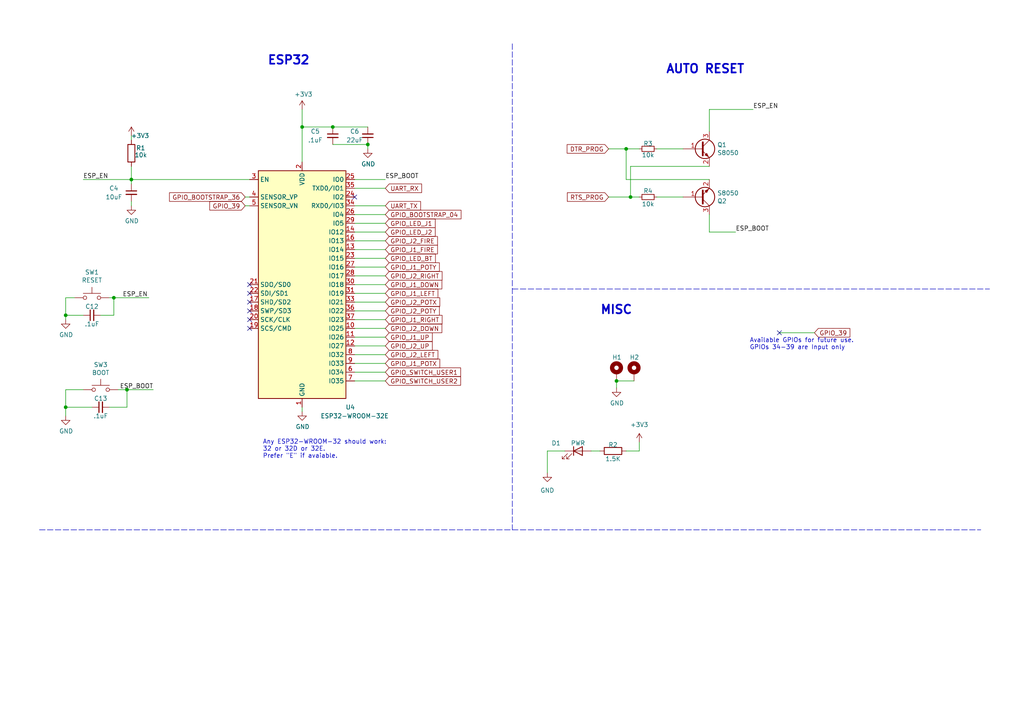
<source format=kicad_sch>
(kicad_sch (version 20211123) (generator eeschema)
  (paper "A4")
  (title_block (title "Unijoysticle 2+ A500") (date "2022-04-20") (rev "A") (company "Retro Moe"))
  (lib_symbols
    (symbol "Device:C_Small" (pin_numbers hide) (pin_names (offset 0.254) hide)
      (property "Reference" "C" (at 0.254 1.778 0))
      (property "Value" "C_Small" (at 0.254 -2.032 0))
      (symbol "C_Small_0_1"
        (polyline (pts (xy -1.524 -0.508) (xy 1.524 -0.508)) (stroke (width 0.3302)))
        (polyline (pts (xy -1.524 0.508) (xy 1.524 0.508)) (stroke (width 0.3048)))
      )
      (symbol "C_Small_1_1"
        (pin passive line (at 0 2.54 270) (length 2.032) (name "~") (number "1"))
        (pin passive line (at 0 -2.54 90) (length 2.032) (name "~") (number "2"))
      )
    )
    (symbol "Device:LED" (pin_numbers hide) (pin_names (offset 1.016) hide)
      (property "Reference" "D" (at 0 2.54 0))
      (property "Value" "LED" (at 0 -2.54 0))
      (symbol "LED_0_1"
        (polyline (pts (xy -1.27 -1.27) (xy -1.27 1.27)) (stroke (width 0.254)))
        (polyline (pts (xy -1.27 0) (xy 1.27 0)))
        (polyline (pts (xy 1.27 -1.27) (xy 1.27 1.27) (xy -1.27 0) (xy 1.27 -1.27)) (stroke (width 0.254)))
        (polyline (pts (xy -3.048 -0.762) (xy -4.572 -2.286) (xy -3.81 -2.286) (xy -4.572 -2.286) (xy -4.572 -1.524)))
        (polyline (pts (xy -1.778 -0.762) (xy -3.302 -2.286) (xy -2.54 -2.286) (xy -3.302 -2.286) (xy -3.302 -1.524)))
      )
      (symbol "LED_1_1"
        (pin passive line (at -3.81 0 0) (length 2.54) (name "K") (number "1"))
        (pin passive line (at 3.81 0 180) (length 2.54) (name "A") (number "2"))
      )
    )
    (symbol "Device:Q_NPN_BEC" (pin_names (offset 0) hide)
      (property "Reference" "Q" (at 5.08 1.27 0))
      (property "Value" "Q_NPN_BEC" (at 5.08 -1.27 0))
      (symbol "Q_NPN_BEC_0_1"
        (polyline (pts (xy 0.635 0.635) (xy 2.54 2.54)))
        (polyline (pts (xy 0.635 -0.635) (xy 2.54 -2.54) (xy 2.54 -2.54)))
        (polyline (pts (xy 0.635 1.905) (xy 0.635 -1.905) (xy 0.635 -1.905)) (stroke (width 0.508)))
        (polyline (pts (xy 1.27 -1.778) (xy 1.778 -1.27) (xy 2.286 -2.286) (xy 1.27 -1.778) (xy 1.27 -1.778)) (fill (type outline)))
        (circle (center 1.27 0) (radius 2.8194) (stroke (width 0.254)))
      )
      (symbol "Q_NPN_BEC_1_1"
        (pin input line (at -5.08 0 0) (length 5.715) (name "B") (number "1"))
        (pin passive line (at 2.54 -5.08 90) (length 2.54) (name "E") (number "2"))
        (pin passive line (at 2.54 5.08 270) (length 2.54) (name "C") (number "3"))
      )
    )
    (symbol "Device:R" (pin_numbers hide) (pin_names (offset 0))
      (property "Reference" "R" (at 2.032 0 90))
      (property "Value" "R" (at 0 0 90))
      (symbol "R_0_1"
        (rectangle (start -1.016 -2.54) (end 1.016 2.54) (stroke (width 0.254)))
      )
      (symbol "R_1_1"
        (pin passive line (at 0 3.81 270) (length 1.27) (name "~") (number "1"))
        (pin passive line (at 0 -3.81 90) (length 1.27) (name "~") (number "2"))
      )
    )
    (symbol "Device:R_Small" (pin_numbers hide) (pin_names (offset 0.254) hide)
      (property "Reference" "R" (at 0.762 0.508 0))
      (property "Value" "R_Small" (at 0.762 -1.016 0))
      (symbol "R_Small_0_1"
        (rectangle (start -0.762 1.778) (end 0.762 -1.778) (stroke (width 0.2032)))
      )
      (symbol "R_Small_1_1"
        (pin passive line (at 0 2.54 270) (length 0.762) (name "~") (number "1"))
        (pin passive line (at 0 -2.54 90) (length 0.762) (name "~") (number "2"))
      )
    )
    (symbol "Mechanical:MountingHole_Pad" (pin_numbers hide) (pin_names (offset 1.016) hide)
      (property "Reference" "H" (at 0 6.35 0))
      (property "Value" "MountingHole_Pad" (at 0 4.445 0))
      (symbol "MountingHole_Pad_0_1"
        (circle (center 0 1.27) (radius 1.27) (stroke (width 1.27)))
      )
      (symbol "MountingHole_Pad_1_1"
        (pin input line (at 0 -2.54 90) (length 2.54) (name "1") (number "1"))
      )
    )
    (symbol "RF_Module:ESP32-WROOM-32D"
      (property "Reference" "U" (at -12.7 34.29 0))
      (property "Value" "ESP32-WROOM-32D" (at 1.27 34.29 0))
      (symbol "ESP32-WROOM-32D_0_1"
        (rectangle (start -12.7 33.02) (end 12.7 -33.02) (stroke (width 0.254)) (fill (type background)))
      )
      (symbol "ESP32-WROOM-32D_1_1"
        (pin power_in line (at 0 -35.56 90) (length 2.54) (name "GND") (number "1"))
        (pin bidirectional line (at 15.24 -12.7 180) (length 2.54) (name "IO25") (number "10"))
        (pin bidirectional line (at 15.24 -15.24 180) (length 2.54) (name "IO26") (number "11"))
        (pin bidirectional line (at 15.24 -17.78 180) (length 2.54) (name "IO27") (number "12"))
        (pin bidirectional line (at 15.24 10.16 180) (length 2.54) (name "IO14") (number "13"))
        (pin bidirectional line (at 15.24 15.24 180) (length 2.54) (name "IO12") (number "14"))
        (pin passive line (at 0 -35.56 90) (length 2.54) hide (name "GND") (number "15"))
        (pin bidirectional line (at 15.24 12.7 180) (length 2.54) (name "IO13") (number "16"))
        (pin bidirectional line (at -15.24 -5.08 0) (length 2.54) (name "SHD/SD2") (number "17"))
        (pin bidirectional line (at -15.24 -7.62 0) (length 2.54) (name "SWP/SD3") (number "18"))
        (pin bidirectional line (at -15.24 -12.7 0) (length 2.54) (name "SCS/CMD") (number "19"))
        (pin power_in line (at 0 35.56 270) (length 2.54) (name "VDD") (number "2"))
        (pin bidirectional line (at -15.24 -10.16 0) (length 2.54) (name "SCK/CLK") (number "20"))
        (pin bidirectional line (at -15.24 0 0) (length 2.54) (name "SDO/SD0") (number "21"))
        (pin bidirectional line (at -15.24 -2.54 0) (length 2.54) (name "SDI/SD1") (number "22"))
        (pin bidirectional line (at 15.24 7.62 180) (length 2.54) (name "IO15") (number "23"))
        (pin bidirectional line (at 15.24 25.4 180) (length 2.54) (name "IO2") (number "24"))
        (pin bidirectional line (at 15.24 30.48 180) (length 2.54) (name "IO0") (number "25"))
        (pin bidirectional line (at 15.24 20.32 180) (length 2.54) (name "IO4") (number "26"))
        (pin bidirectional line (at 15.24 5.08 180) (length 2.54) (name "IO16") (number "27"))
        (pin bidirectional line (at 15.24 2.54 180) (length 2.54) (name "IO17") (number "28"))
        (pin bidirectional line (at 15.24 17.78 180) (length 2.54) (name "IO5") (number "29"))
        (pin input line (at -15.24 30.48 0) (length 2.54) (name "EN") (number "3"))
        (pin bidirectional line (at 15.24 0 180) (length 2.54) (name "IO18") (number "30"))
        (pin bidirectional line (at 15.24 -2.54 180) (length 2.54) (name "IO19") (number "31"))
        (pin no_connect line (at -12.7 -27.94 0) (length 2.54) hide (name "NC") (number "32"))
        (pin bidirectional line (at 15.24 -5.08 180) (length 2.54) (name "IO21") (number "33"))
        (pin bidirectional line (at 15.24 22.86 180) (length 2.54) (name "RXD0/IO3") (number "34"))
        (pin bidirectional line (at 15.24 27.94 180) (length 2.54) (name "TXD0/IO1") (number "35"))
        (pin bidirectional line (at 15.24 -7.62 180) (length 2.54) (name "IO22") (number "36"))
        (pin bidirectional line (at 15.24 -10.16 180) (length 2.54) (name "IO23") (number "37"))
        (pin passive line (at 0 -35.56 90) (length 2.54) hide (name "GND") (number "38"))
        (pin passive line (at 0 -35.56 90) (length 2.54) hide (name "GND") (number "39"))
        (pin input line (at -15.24 25.4 0) (length 2.54) (name "SENSOR_VP") (number "4"))
        (pin input line (at -15.24 22.86 0) (length 2.54) (name "SENSOR_VN") (number "5"))
        (pin input line (at 15.24 -25.4 180) (length 2.54) (name "IO34") (number "6"))
        (pin input line (at 15.24 -27.94 180) (length 2.54) (name "IO35") (number "7"))
        (pin bidirectional line (at 15.24 -20.32 180) (length 2.54) (name "IO32") (number "8"))
        (pin bidirectional line (at 15.24 -22.86 180) (length 2.54) (name "IO33") (number "9"))
      )
    )
    (symbol "Switch:SW_Push" (pin_numbers hide) (pin_names (offset 1.016) hide)
      (property "Reference" "SW" (at 1.27 2.54 0))
      (property "Value" "SW_Push" (at 0 -1.524 0))
      (symbol "SW_Push_0_1"
        (circle (center -2.032 0) (radius 0.508))
        (polyline (pts (xy 0 1.27) (xy 0 3.048)))
        (polyline (pts (xy 2.54 1.27) (xy -2.54 1.27)))
        (circle (center 2.032 0) (radius 0.508))
        (pin passive line (at -5.08 0 0) (length 2.54) (name "1") (number "1"))
        (pin passive line (at 5.08 0 180) (length 2.54) (name "2") (number "2"))
      )
    )
    (symbol "power:+3V3" (power) (pin_names (offset 0))
      (property "Value" "+3V3" (at 0 3.556 0))
      (symbol "+3V3_0_1"
        (polyline (pts (xy -0.762 1.27) (xy 0 2.54)))
        (polyline (pts (xy 0 0) (xy 0 2.54)))
        (polyline (pts (xy 0 2.54) (xy 0.762 1.27)))
      )
      (symbol "+3V3_1_1"
        (pin power_in line (at 0 0 90) (length 0) hide (name "+3V3") (number "1"))
      )
    )
    (symbol "power:GND" (power) (pin_names (offset 0))
      (property "Value" "GND" (at 0 -3.81 0))
      (symbol "GND_0_1"
        (polyline (pts (xy 0 0) (xy 0 -1.27) (xy 1.27 -1.27) (xy 0 -2.54) (xy -1.27 -1.27) (xy 0 -1.27)))
      )
      (symbol "GND_1_1"
        (pin power_in line (at 0 0 270) (length 0) hide (name "GND") (number "1"))
      )
    )
  )
  (junction (at 36.83 113.03))
  (junction (at 96.52 36.83))
  (junction (at 106.68 41.91))
  (junction (at 181.61 43.18))
  (junction (at 178.816 110.49))
  (junction (at 33.02 86.36))
  (junction (at 38.1 52.07))
  (junction (at 19.05 118.11))
  (junction (at 182.88 57.15))
  (junction (at 87.63 36.83))
  (junction (at 19.05 91.44))
  (no_connect (at 226.06 96.52))
  (no_connect (at 72.39 92.71))
  (no_connect (at 72.39 90.17))
  (no_connect (at 72.39 95.25))
  (no_connect (at 72.39 82.55))
  (no_connect (at 72.39 87.63))
  (no_connect (at 72.39 85.09))
  (no_connect (at 102.87 57.15))
  (wire (pts (xy 38.1 52.07) (xy 24.13 52.07)))
  (wire (pts (xy 38.1 48.26) (xy 38.1 52.07)))
  (wire (pts (xy 38.1 58.42) (xy 38.1 59.69)))
  (wire (pts (xy 205.74 38.1) (xy 205.74 31.75)))
  (polyline (pts (xy 11.43 153.67) (xy 148.59 153.67)))
  (wire (pts (xy 185.42 128.27) (xy 185.42 130.81)))
  (wire (pts (xy 102.87 67.31) (xy 111.76 67.31)))
  (wire (pts (xy 102.87 90.17) (xy 111.76 90.17)))
  (wire (pts (xy 19.05 86.36) (xy 19.05 91.44)))
  (wire (pts (xy 102.87 59.69) (xy 111.76 59.69)))
  (wire (pts (xy 102.87 110.49) (xy 111.76 110.49)))
  (wire (pts (xy 31.75 86.36) (xy 33.02 86.36)))
  (polyline (pts (xy 148.59 83.82) (xy 287.02 83.82)))
  (wire (pts (xy 102.87 74.93) (xy 111.76 74.93)))
  (wire (pts (xy 102.87 62.23) (xy 111.76 62.23)))
  (wire (pts (xy 36.83 113.03) (xy 36.83 118.11)))
  (wire (pts (xy 205.74 52.07) (xy 181.61 52.07)))
  (wire (pts (xy 38.1 52.07) (xy 72.39 52.07)))
  (wire (pts (xy 34.29 113.03) (xy 36.83 113.03)))
  (wire (pts (xy 72.39 57.15) (xy 71.12 57.15)))
  (wire (pts (xy 96.52 41.91) (xy 106.68 41.91)))
  (wire (pts (xy 102.87 77.47) (xy 111.76 77.47)))
  (wire (pts (xy 226.06 96.52) (xy 236.22 96.52)))
  (wire (pts (xy 102.87 85.09) (xy 111.76 85.09)))
  (wire (pts (xy 102.87 92.71) (xy 111.76 92.71)))
  (wire (pts (xy 102.87 107.95) (xy 111.76 107.95)))
  (wire (pts (xy 102.87 80.01) (xy 111.76 80.01)))
  (wire (pts (xy 205.74 62.23) (xy 205.74 67.31)))
  (wire (pts (xy 87.63 36.83) (xy 87.63 46.99)))
  (wire (pts (xy 158.75 130.81) (xy 158.75 137.16)))
  (wire (pts (xy 71.12 59.69) (xy 72.39 59.69)))
  (wire (pts (xy 163.83 130.81) (xy 158.75 130.81)))
  (wire (pts (xy 33.02 86.36) (xy 33.02 91.44)))
  (wire (pts (xy 33.02 91.44) (xy 29.21 91.44)))
  (polyline (pts (xy 148.59 12.7) (xy 148.59 153.67)))
  (wire (pts (xy 19.05 113.03) (xy 24.13 113.03)))
  (wire (pts (xy 190.5 57.15) (xy 198.12 57.15)))
  (wire (pts (xy 19.05 91.44) (xy 19.05 92.71)))
  (wire (pts (xy 102.87 69.85) (xy 111.76 69.85)))
  (wire (pts (xy 87.63 31.75) (xy 87.63 36.83)))
  (wire (pts (xy 21.59 86.36) (xy 19.05 86.36)))
  (wire (pts (xy 38.1 52.07) (xy 38.1 53.34)))
  (wire (pts (xy 102.87 52.07) (xy 111.76 52.07)))
  (wire (pts (xy 102.87 64.77) (xy 111.76 64.77)))
  (wire (pts (xy 19.05 91.44) (xy 24.13 91.44)))
  (wire (pts (xy 102.87 72.39) (xy 111.76 72.39)))
  (wire (pts (xy 178.816 110.49) (xy 178.816 112.522)))
  (wire (pts (xy 183.896 110.49) (xy 178.816 110.49)))
  (wire (pts (xy 87.63 36.83) (xy 96.52 36.83)))
  (wire (pts (xy 181.61 130.81) (xy 185.42 130.81)))
  (wire (pts (xy 96.52 36.83) (xy 106.68 36.83)))
  (polyline (pts (xy 148.59 153.67) (xy 284.48 153.67)))
  (wire (pts (xy 106.68 41.91) (xy 106.68 43.18)))
  (wire (pts (xy 19.05 118.11) (xy 26.67 118.11)))
  (wire (pts (xy 171.45 130.81) (xy 173.99 130.81)))
  (wire (pts (xy 205.74 31.75) (xy 218.44 31.75)))
  (wire (pts (xy 190.5 43.18) (xy 198.12 43.18)))
  (wire (pts (xy 87.63 118.11) (xy 87.63 119.38)))
  (wire (pts (xy 38.1 39.37) (xy 38.1 40.64)))
  (wire (pts (xy 182.88 48.26) (xy 182.88 57.15)))
  (wire (pts (xy 102.87 54.61) (xy 111.76 54.61)))
  (wire (pts (xy 102.87 95.25) (xy 111.76 95.25)))
  (wire (pts (xy 205.74 67.31) (xy 213.36 67.31)))
  (wire (pts (xy 181.61 52.07) (xy 181.61 43.18)))
  (wire (pts (xy 102.87 100.33) (xy 111.76 100.33)))
  (wire (pts (xy 36.83 113.03) (xy 44.45 113.03)))
  (wire (pts (xy 176.53 43.18) (xy 181.61 43.18)))
  (wire (pts (xy 36.83 118.11) (xy 31.75 118.11)))
  (wire (pts (xy 205.74 48.26) (xy 182.88 48.26)))
  (wire (pts (xy 102.87 82.55) (xy 111.76 82.55)))
  (wire (pts (xy 19.05 118.11) (xy 19.05 120.65)))
  (wire (pts (xy 176.53 57.15) (xy 182.88 57.15)))
  (wire (pts (xy 102.87 102.87) (xy 111.76 102.87)))
  (wire (pts (xy 102.87 97.79) (xy 111.76 97.79)))
  (wire (pts (xy 102.87 105.41) (xy 111.76 105.41)))
  (wire (pts (xy 33.02 86.36) (xy 43.18 86.36)))
  (wire (pts (xy 19.05 113.03) (xy 19.05 118.11)))
  (wire (pts (xy 181.61 43.18) (xy 185.42 43.18)))
  (wire (pts (xy 102.87 87.63) (xy 111.76 87.63)))
  (wire (pts (xy 182.88 57.15) (xy 185.42 57.15)))
  (text "ESP32" (at 77.47 19.05 0) (effects (font (size 2.4892 2.4892) (thickness 0.4978) bold) (justify left bottom)))
  (text "MISC" (at 173.99 91.44 0) (effects (font (size 2.4892 2.4892) (thickness 0.4978) bold) (justify left bottom)))
  (text "Any ESP32-WROOM-32 should work:\n32 or 32D or 32E.\nPrefer \"E\" if avaiable." (at 76.2 133.096 0) (effects (font (size 1.27 1.27)) (justify left bottom)))
  (text "AUTO RESET" (at 193.04 21.59 0) (effects (font (size 2.4892 2.4892) (thickness 0.4978) bold) (justify left bottom)))
  (text "Available GPIOs for future use.\nGPIOs 34-39 are Input only" (at 217.424 101.6 0) (effects (font (size 1.27 1.27)) (justify left bottom)))
  (label "ESP_BOOT" (at 44.45 113.03 180))
  (label "ESP_EN" (at 218.44 31.75 0))
  (label "ESP_EN" (at 24.13 52.07 0))
  (label "ESP_EN" (at 35.56 86.36 0))
  (label "ESP_BOOT" (at 111.76 52.07 0))
  (label "ESP_BOOT" (at 213.36 67.31 0))
  (global_label "GPIO_J1_DOWN" (shape input) (at 111.76 82.55 0) (property "Intersheet References" "${INTERSHEET_REFS}" (effects hide)))
  (global_label "GPIO_BOOTSTRAP_04" (shape input) (at 111.76 62.23 0) (property "Intersheet References" "${INTERSHEET_REFS}" (effects hide)))
  (global_label "UART_RX" (shape input) (at 111.76 54.61 0) (property "Intersheet References" "${INTERSHEET_REFS}" (effects hide)))
  (global_label "GPIO_SWITCH_USER1" (shape input) (at 111.76 107.95 0) (property "Intersheet References" "${INTERSHEET_REFS}" (effects hide)))
  (global_label "GPIO_LED_J2" (shape input) (at 111.76 67.31 0) (property "Intersheet References" "${INTERSHEET_REFS}" (effects hide)))
  (global_label "GPIO_J2_RIGHT" (shape input) (at 111.76 80.01 0) (property "Intersheet References" "${INTERSHEET_REFS}" (effects hide)))
  (global_label "DTR_PROG" (shape input) (at 176.53 43.18 180) (property "Intersheet References" "${INTERSHEET_REFS}" (effects hide)))
  (global_label "GPIO_39" (shape input) (at 71.12 59.69 180) (property "Intersheet References" "${INTERSHEET_REFS}" (effects hide)))
  (global_label "GPIO_J2_UP" (shape input) (at 111.76 100.33 0) (property "Intersheet References" "${INTERSHEET_REFS}" (effects hide)))
  (global_label "GPIO_J2_DOWN" (shape input) (at 111.76 95.25 0) (property "Intersheet References" "${INTERSHEET_REFS}" (effects hide)))
  (global_label "GPIO_J2_FIRE" (shape input) (at 111.76 69.85 0) (property "Intersheet References" "${INTERSHEET_REFS}" (effects hide)))
  (global_label "GPIO_J1_UP" (shape input) (at 111.76 97.79 0) (property "Intersheet References" "${INTERSHEET_REFS}" (effects hide)))
  (global_label "GPIO_J1_POTY" (shape input) (at 111.76 77.47 0) (property "Intersheet References" "${INTERSHEET_REFS}" (effects hide)))
  (global_label "GPIO_J2_POTY" (shape input) (at 111.76 90.17 0) (property "Intersheet References" "${INTERSHEET_REFS}" (effects hide)))
  (global_label "GPIO_LED_BT" (shape input) (at 111.76 74.93 0) (property "Intersheet References" "${INTERSHEET_REFS}" (effects hide)))
  (global_label "GPIO_SWITCH_USER2" (shape input) (at 111.76 110.49 0) (property "Intersheet References" "${INTERSHEET_REFS}" (effects hide)))
  (global_label "GPIO_39" (shape input) (at 236.22 96.52 0) (property "Intersheet References" "${INTERSHEET_REFS}" (effects hide)))
  (global_label "UART_TX" (shape input) (at 111.76 59.69 0) (property "Intersheet References" "${INTERSHEET_REFS}" (effects hide)))
  (global_label "GPIO_J1_FIRE" (shape input) (at 111.76 72.39 0) (property "Intersheet References" "${INTERSHEET_REFS}" (effects hide)))
  (global_label "GPIO_J1_POTX" (shape input) (at 111.76 105.41 0) (property "Intersheet References" "${INTERSHEET_REFS}" (effects hide)))
  (global_label "GPIO_J2_POTX" (shape input) (at 111.76 87.63 0) (property "Intersheet References" "${INTERSHEET_REFS}" (effects hide)))
  (global_label "GPIO_J1_RIGHT" (shape input) (at 111.76 92.71 0) (property "Intersheet References" "${INTERSHEET_REFS}" (effects hide)))
  (global_label "GPIO_LED_J1" (shape input) (at 111.76 64.77 0) (property "Intersheet References" "${INTERSHEET_REFS}" (effects hide)))
  (global_label "GPIO_J2_LEFT" (shape input) (at 111.76 102.87 0) (property "Intersheet References" "${INTERSHEET_REFS}" (effects hide)))
  (global_label "GPIO_J1_LEFT" (shape input) (at 111.76 85.09 0) (property "Intersheet References" "${INTERSHEET_REFS}" (effects hide)))
  (global_label "RTS_PROG" (shape input) (at 176.53 57.15 180) (property "Intersheet References" "${INTERSHEET_REFS}" (effects hide)))
  (global_label "GPIO_BOOTSTRAP_36" (shape input) (at 71.12 57.15 180) (property "Intersheet References" "${INTERSHEET_REFS}" (effects hide)))
  (symbol (lib_id "RF_Module:ESP32-WROOM-32D") (at 87.63 82.55 0) (unit 1)
    (property "Reference" "U4" (at 101.6 118.11 0))
    (property "Value" "ESP32-WROOM-32E" (at 102.87 120.65 0))
    (property "Footprint" "RF_Module:ESP32-WROOM-32" (effects hide))
    (property "Datasheet" "https://www.espressif.com/sites/default/files/documentation/esp32-wroom-32d_esp32-wroom-32u_datasheet_en.pdf" (effects hide))
    (property "LCSC" "C701341" (effects hide))
  )
  (symbol (lib_id "power:GND") (at 87.63 119.38 0) (unit 1)
    (property "Reference" "#PWR016" (effects hide))
    (property "Value" "GND" (at 87.757 123.7742 0))
  )
  (symbol (lib_id "Device:R") (at 38.1 44.45 180) (unit 1)
    (property "Reference" "R1" (at 42.164 42.926 0) (effects (justify left)))
    (property "Value" "10k" (at 42.672 44.958 0) (effects (justify left)))
    (property "Footprint" "Resistor_SMD:R_0805_2012Metric_Pad1.20x1.40mm_HandSolder" (effects hide))
    (property "LCSC" "C17414" (effects hide))
  )
  (symbol (lib_id "power:+3V3") (at 38.1 39.37 0) (unit 1)
    (property "Reference" "#PWR013" (effects hide))
    (property "Value" "+3V3" (at 40.64 39.37 0))
  )
  (symbol (lib_id "power:GND") (at 38.1 59.69 0) (unit 1)
    (property "Reference" "#PWR010" (effects hide))
    (property "Value" "GND" (at 38.227 64.0842 0))
  )
  (symbol (lib_id "power:+3V3") (at 87.63 31.75 0) (unit 1)
    (property "Reference" "#PWR015" (effects hide))
    (property "Value" "+3V3" (at 88.011 27.3558 0))
  )
  (symbol (lib_id "Switch:SW_Push") (at 26.67 86.36 0) (unit 1)
    (property "Reference" "SW1" (at 26.67 78.9686 0))
    (property "Value" "RESET" (at 26.67 81.28 0))
    (property "Footprint" "Button_Switch_THT:SW_Tactile_SPST_Angled_PTS645Vx39-2LFS" (effects hide))
  )
  (symbol (lib_id "power:GND") (at 19.05 92.71 0) (unit 1)
    (property "Reference" "#PWR09" (effects hide))
    (property "Value" "GND" (at 19.177 97.1042 0))
  )
  (symbol (lib_id "Mechanical:MountingHole_Pad") (at 178.816 107.95 0) (unit 1)
    (property "Reference" "H1" (at 177.546 103.632 0) (effects (justify left)))
    (property "Value" "MountingHole_Pad" (effects hide))
    (property "Footprint" "MountingHole:MountingHole_3.2mm_M3_Pad_Via" (effects hide))
  )
  (symbol (lib_id "Mechanical:MountingHole_Pad") (at 183.896 107.95 0) (unit 1)
    (property "Reference" "H2" (at 182.626 103.632 0) (effects (justify left)))
    (property "Value" "MountingHole_Pad" (effects hide))
    (property "Footprint" "MountingHole:MountingHole_3.2mm_M3_Pad_Via" (effects hide))
  )
  (symbol (lib_id "Device:C_Small") (at 26.67 91.44 90) (unit 1)
    (property "Reference" "C12" (at 26.67 88.9 90))
    (property "Value" ".1uF" (at 26.67 93.98 90))
    (property "Footprint" "Capacitor_SMD:C_0805_2012Metric_Pad1.18x1.45mm_HandSolder" (effects hide))
    (property "LCSC" "C49678" (effects hide))
  )
  (symbol (lib_id "power:GND") (at 178.816 112.522 0) (unit 1)
    (property "Reference" "#PWR0104" (effects hide))
    (property "Value" "GND" (at 178.943 116.9162 0))
  )
  (symbol (lib_id "Device:C_Small") (at 38.1 55.88 0) (unit 1)
    (property "Reference" "C4" (at 33.02 54.61 0))
    (property "Value" "10uF" (at 33.02 57.15 0))
    (property "Footprint" "Capacitor_SMD:C_0805_2012Metric_Pad1.18x1.45mm_HandSolder" (effects hide))
    (property "LCSC" "C15850" (effects hide))
  )
  (symbol (lib_id "power:GND") (at 106.68 43.18 0) (unit 1)
    (property "Reference" "#PWR0114" (effects hide))
    (property "Value" "GND" (at 106.807 47.5742 0))
  )
  (symbol (lib_id "Switch:SW_Push") (at 29.21 113.03 0) (unit 1)
    (property "Reference" "SW3" (at 29.21 105.791 0))
    (property "Value" "BOOT" (at 29.21 108.1024 0))
    (property "Footprint" "Unijoysticle:SW_Push_1P1T_NO_5.1x5.1mm" (effects hide))
    (property "LCSC" "C318884" (effects hide))
  )
  (symbol (lib_id "power:GND") (at 19.05 120.65 0) (unit 1)
    (property "Reference" "#PWR0108" (effects hide))
    (property "Value" "GND" (at 19.177 125.0442 0))
  )
  (symbol (lib_id "Device:C_Small") (at 29.21 118.11 90) (unit 1)
    (property "Reference" "C13" (at 29.21 115.57 90))
    (property "Value" ".1uF" (at 29.21 120.65 90))
    (property "Footprint" "Capacitor_SMD:C_0805_2012Metric_Pad1.18x1.45mm_HandSolder" (effects hide))
    (property "LCSC" "C49678" (effects hide))
  )
  (symbol (lib_id "Device:C_Small") (at 106.68 39.37 180) (unit 1)
    (property "Reference" "C6" (at 102.87 38.1 0))
    (property "Value" "22uF" (at 102.87 40.64 0))
    (property "Footprint" "Capacitor_SMD:C_0805_2012Metric_Pad1.18x1.45mm_HandSolder" (effects hide))
    (property "LCSC" "C45783" (effects hide))
  )
  (symbol (lib_id "Device:C_Small") (at 96.52 39.37 0) (unit 1)
    (property "Reference" "C5" (at 91.44 38.1 0))
    (property "Value" ".1uF" (at 91.44 40.64 0))
    (property "Footprint" "Capacitor_SMD:C_0805_2012Metric_Pad1.18x1.45mm_HandSolder" (effects hide))
    (property "LCSC" "C49678" (effects hide))
  )
  (symbol (lib_id "power:+3V3") (at 185.42 128.27 0) (unit 1)
    (property "Reference" "#PWR010" (effects hide))
    (property "Value" "+3V3" (at 185.42 123.19 0))
  )
  (symbol (lib_id "power:GND") (at 158.75 137.16 0) (unit 1)
    (property "Reference" "#PWR08" (effects hide))
    (property "Value" "GND" (at 158.75 142.24 0))
  )
  (symbol (lib_id "Device:R_Small") (at 187.96 43.18 270) (unit 1)
    (property "Reference" "R3" (at 187.96 41.656 90))
    (property "Value" "10k" (at 187.96 44.958 90))
    (property "Footprint" "Resistor_SMD:R_0805_2012Metric_Pad1.20x1.40mm_HandSolder" (effects hide))
    (property "LCSC" "C17414" (effects hide))
  )
  (symbol (lib_id "Device:LED") (at 167.64 130.81 0) (unit 1)
    (property "Reference" "D1" (at 161.29 128.524 0))
    (property "Value" "PWR" (at 167.64 128.524 0))
    (property "Footprint" "LED_SMD:LED_0805_2012Metric_Pad1.15x1.40mm_HandSolder" (effects hide))
    (property "LCSC" "C389525" (effects hide))
  )
  (symbol (lib_id "Device:R_Small") (at 187.96 57.15 270) (unit 1)
    (property "Reference" "R4" (at 187.96 55.372 90))
    (property "Value" "10k" (at 187.96 59.182 90))
    (property "Footprint" "Resistor_SMD:R_0805_2012Metric_Pad1.20x1.40mm_HandSolder" (effects hide))
    (property "LCSC" "C17414" (effects hide))
  )
  (symbol (lib_id "Device:Q_NPN_BEC") (at 203.2 57.15 0) (mirror x) (unit 1)
    (property "Reference" "Q2" (at 208.026 58.3184 0) (effects (justify left)))
    (property "Value" "S8050" (at 208.026 56.007 0) (effects (justify left)))
    (property "Footprint" "Package_TO_SOT_SMD:SOT-23" (effects hide))
    (property "LCSC" "C2146" (effects hide))
  )
  (symbol (lib_id "Device:R") (at 177.8 130.81 90) (unit 1)
    (property "Reference" "R2" (at 177.8 129.032 90))
    (property "Value" "1.5K" (at 177.8 133.096 90))
    (property "Footprint" "Resistor_SMD:R_0805_2012Metric_Pad1.20x1.40mm_HandSolder" (effects hide))
    (property "LCSC" "C4310" (effects hide))
  )
  (symbol (lib_id "Device:Q_NPN_BEC") (at 203.2 43.18 0) (unit 1)
    (property "Reference" "Q1" (at 208.026 42.0116 0) (effects (justify left)))
    (property "Value" "S8050" (at 208.026 44.323 0) (effects (justify left)))
    (property "Footprint" "Package_TO_SOT_SMD:SOT-23" (effects hide))
    (property "LCSC" "C2146" (effects hide))
  )
)
</source>
